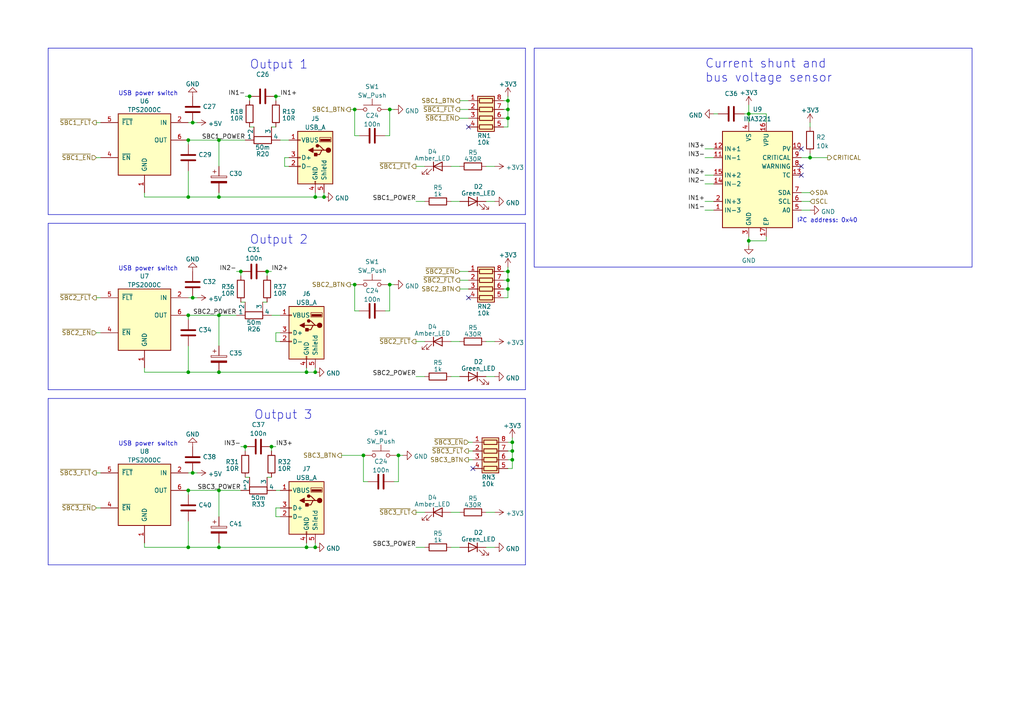
<source format=kicad_sch>
(kicad_sch (version 20230121) (generator eeschema)
  (paper "A4")
  (title_block (title "PDU with Consumption Metering Function for SBCs") (date "2023-05-03") (rev "1.0 rev 3"))
  (lib_symbols
    (symbol "+3V3_6" (power) (pin_names (offset 0))
      (property "Value" "+3V3_6" (at 0 3.556 0))
      (symbol "+3V3_6_0_1"
        (polyline (pts (xy -0.762 1.27) (xy 0 2.54)))
        (polyline (pts (xy 0 0) (xy 0 2.54)))
        (polyline (pts (xy 0 2.54) (xy 0.762 1.27)))
      )
      (symbol "+3V3_6_1_1"
        (pin power_in line (at 0 0 90) (length 0) hide (name "+3V3") (number "1"))
      )
    )
    (symbol "+3V3_7" (power) (pin_names (offset 0))
      (property "Value" "+3V3_7" (at 0 3.556 0))
      (symbol "+3V3_7_0_1"
        (polyline (pts (xy -0.762 1.27) (xy 0 2.54)))
        (polyline (pts (xy 0 0) (xy 0 2.54)))
        (polyline (pts (xy 0 2.54) (xy 0.762 1.27)))
      )
      (symbol "+3V3_7_1_1"
        (pin power_in line (at 0 0 90) (length 0) hide (name "+3V3") (number "1"))
      )
    )
    (symbol "Connector:USB_A" (pin_names (offset 1.016))
      (property "Reference" "J" (at -5.08 11.43 0))
      (property "Value" "USB_A" (at -5.08 8.89 0))
      (symbol "USB_A_0_1"
        (rectangle (start -5.08 -7.62) (end 5.08 7.62) (stroke (width 0.254)) (fill (type background)))
        (circle (center -3.81 2.159) (radius 0.635) (stroke (width 0.254)) (fill (type outline)))
        (rectangle (start -1.524 4.826) (end -4.318 5.334) (fill (type outline)))
        (rectangle (start -1.27 4.572) (end -4.572 5.842))
        (circle (center -0.635 3.429) (radius 0.381) (stroke (width 0.254)) (fill (type outline)))
        (rectangle (start -0.127 -7.62) (end 0.127 -6.858))
        (polyline (pts (xy -3.175 2.159) (xy -2.54 2.159) (xy -1.27 3.429) (xy -0.635 3.429)) (stroke (width 0.254)))
        (polyline (pts (xy -2.54 2.159) (xy -1.905 2.159) (xy -1.27 0.889) (xy 0 0.889)) (stroke (width 0.254)))
        (polyline (pts (xy 0.635 2.794) (xy 0.635 1.524) (xy 1.905 2.159) (xy 0.635 2.794)) (stroke (width 0.254)) (fill (type outline)))
        (rectangle (start 0.254 1.27) (end -0.508 0.508) (stroke (width 0.254)) (fill (type outline)))
        (rectangle (start 5.08 -2.667) (end 4.318 -2.413))
        (rectangle (start 5.08 -0.127) (end 4.318 0.127))
        (rectangle (start 5.08 4.953) (end 4.318 5.207))
      )
      (symbol "USB_A_1_1"
        (polyline (pts (xy -1.905 2.159) (xy 0.635 2.159)) (stroke (width 0.254)))
        (pin power_in line (at 7.62 5.08 180) (length 2.54) (name "VBUS") (number "1"))
        (pin bidirectional line (at 7.62 -2.54 180) (length 2.54) (name "D-") (number "2"))
        (pin bidirectional line (at 7.62 0 180) (length 2.54) (name "D+") (number "3"))
        (pin power_in line (at 0 -10.16 90) (length 2.54) (name "GND") (number "4"))
        (pin passive line (at -2.54 -10.16 90) (length 2.54) (name "Shield") (number "5"))
      )
    )
    (symbol "Device:C" (pin_numbers hide) (pin_names (offset 0.254))
      (property "Reference" "C" (at 0.635 2.54 0))
      (property "Value" "C" (at 0.635 -2.54 0))
      (symbol "C_0_1"
        (polyline (pts (xy -2.032 -0.762) (xy 2.032 -0.762)) (stroke (width 0.508)))
        (polyline (pts (xy -2.032 0.762) (xy 2.032 0.762)) (stroke (width 0.508)))
      )
      (symbol "C_1_1"
        (pin passive line (at 0 3.81 270) (length 2.794) (name "~") (number "1"))
        (pin passive line (at 0 -3.81 90) (length 2.794) (name "~") (number "2"))
      )
    )
    (symbol "Device:C_Polarized" (pin_numbers hide) (pin_names (offset 0.254))
      (property "Reference" "C" (at 0.635 2.54 0))
      (property "Value" "C_Polarized" (at 0.635 -2.54 0))
      (symbol "C_Polarized_0_1"
        (rectangle (start -2.286 0.508) (end 2.286 1.016))
        (polyline (pts (xy -1.778 2.286) (xy -0.762 2.286)))
        (polyline (pts (xy -1.27 2.794) (xy -1.27 1.778)))
        (rectangle (start 2.286 -0.508) (end -2.286 -1.016) (fill (type outline)))
      )
      (symbol "C_Polarized_1_1"
        (pin passive line (at 0 3.81 270) (length 2.794) (name "~") (number "1"))
        (pin passive line (at 0 -3.81 90) (length 2.794) (name "~") (number "2"))
      )
    )
    (symbol "Device:LED" (pin_numbers hide) (pin_names (offset 1.016) hide)
      (property "Reference" "D" (at 0 2.54 0))
      (property "Value" "LED" (at 0 -2.54 0))
      (symbol "LED_0_1"
        (polyline (pts (xy -1.27 -1.27) (xy -1.27 1.27)) (stroke (width 0.254)))
        (polyline (pts (xy -1.27 0) (xy 1.27 0)))
        (polyline (pts (xy 1.27 -1.27) (xy 1.27 1.27) (xy -1.27 0) (xy 1.27 -1.27)) (stroke (width 0.254)))
        (polyline (pts (xy -3.048 -0.762) (xy -4.572 -2.286) (xy -3.81 -2.286) (xy -4.572 -2.286) (xy -4.572 -1.524)))
        (polyline (pts (xy -1.778 -0.762) (xy -3.302 -2.286) (xy -2.54 -2.286) (xy -3.302 -2.286) (xy -3.302 -1.524)))
      )
      (symbol "LED_1_1"
        (pin passive line (at -3.81 0 0) (length 2.54) (name "K") (number "1"))
        (pin passive line (at 3.81 0 180) (length 2.54) (name "A") (number "2"))
      )
    )
    (symbol "Device:R" (pin_numbers hide) (pin_names (offset 0))
      (property "Reference" "R" (at 2.032 0 90))
      (property "Value" "R" (at 0 0 90))
      (symbol "R_0_1"
        (rectangle (start -1.016 -2.54) (end 1.016 2.54) (stroke (width 0.254)))
      )
      (symbol "R_1_1"
        (pin passive line (at 0 3.81 270) (length 1.27) (name "~") (number "1"))
        (pin passive line (at 0 -3.81 90) (length 1.27) (name "~") (number "2"))
      )
    )
    (symbol "Device:R_Pack04" (pin_names (offset 0) hide)
      (property "Reference" "RN" (at -7.62 0 90))
      (property "Value" "R_Pack04" (at 5.08 0 90))
      (symbol "R_Pack04_0_1"
        (rectangle (start -6.35 -2.413) (end 3.81 2.413) (stroke (width 0.254)) (fill (type background)))
        (rectangle (start -5.715 1.905) (end -4.445 -1.905) (stroke (width 0.254)))
        (rectangle (start -3.175 1.905) (end -1.905 -1.905) (stroke (width 0.254)))
        (rectangle (start -0.635 1.905) (end 0.635 -1.905) (stroke (width 0.254)))
        (polyline (pts (xy -5.08 -2.54) (xy -5.08 -1.905)))
        (polyline (pts (xy -5.08 1.905) (xy -5.08 2.54)))
        (polyline (pts (xy -2.54 -2.54) (xy -2.54 -1.905)))
        (polyline (pts (xy -2.54 1.905) (xy -2.54 2.54)))
        (polyline (pts (xy 0 -2.54) (xy 0 -1.905)))
        (polyline (pts (xy 0 1.905) (xy 0 2.54)))
        (polyline (pts (xy 2.54 -2.54) (xy 2.54 -1.905)))
        (polyline (pts (xy 2.54 1.905) (xy 2.54 2.54)))
        (rectangle (start 1.905 1.905) (end 3.175 -1.905) (stroke (width 0.254)))
      )
      (symbol "R_Pack04_1_1"
        (pin passive line (at -5.08 -5.08 90) (length 2.54) (name "R1.1") (number "1"))
        (pin passive line (at -2.54 -5.08 90) (length 2.54) (name "R2.1") (number "2"))
        (pin passive line (at 0 -5.08 90) (length 2.54) (name "R3.1") (number "3"))
        (pin passive line (at 2.54 -5.08 90) (length 2.54) (name "R4.1") (number "4"))
        (pin passive line (at 2.54 5.08 270) (length 2.54) (name "R4.2") (number "5"))
        (pin passive line (at 0 5.08 270) (length 2.54) (name "R3.2") (number "6"))
        (pin passive line (at -2.54 5.08 270) (length 2.54) (name "R2.2") (number "7"))
        (pin passive line (at -5.08 5.08 270) (length 2.54) (name "R1.2") (number "8"))
      )
    )
    (symbol "Device:R_Shunt" (pin_numbers hide) (pin_names (offset 0))
      (property "Reference" "R" (at -4.445 0 90))
      (property "Value" "R_Shunt" (at -2.54 0 90))
      (symbol "R_Shunt_0_1"
        (rectangle (start -1.016 -2.54) (end 1.016 2.54) (stroke (width 0.254)))
        (polyline (pts (xy 0 -2.54) (xy 1.27 -2.54)))
        (polyline (pts (xy 1.27 2.54) (xy 0 2.54)))
      )
      (symbol "R_Shunt_1_1"
        (pin passive line (at 0 5.08 270) (length 2.54) (name "1") (number "1"))
        (pin passive line (at 3.81 2.54 180) (length 2.54) (name "2") (number "2"))
        (pin passive line (at 3.81 -2.54 180) (length 2.54) (name "3") (number "3"))
        (pin passive line (at 0 -5.08 90) (length 2.54) (name "4") (number "4"))
      )
    )
    (symbol "GND_1" (power) (pin_names (offset 0))
      (property "Value" "GND_1" (at 0 -3.81 0))
      (symbol "GND_1_0_1"
        (polyline (pts (xy 0 0) (xy 0 -1.27) (xy 1.27 -1.27) (xy 0 -2.54) (xy -1.27 -1.27) (xy 0 -1.27)))
      )
      (symbol "GND_1_1_1"
        (pin power_in line (at 0 0 270) (length 0) hide (name "GND") (number "1"))
      )
    )
    (symbol "Power_Management:INA3221"
      (property "Reference" "U" (at -10.16 17.78 0))
      (property "Value" "INA3221" (at 5.08 17.78 0))
      (symbol "INA3221_0_1"
        (rectangle (start 10.16 -12.7) (end -10.16 15.24) (stroke (width 0.254)) (fill (type background)))
      )
      (symbol "INA3221_1_1"
        (pin input line (at -12.7 -7.62 0) (length 2.54) (name "IN-3") (number "1"))
        (pin open_collector line (at 12.7 10.16 180) (length 2.54) (name "PV") (number "10"))
        (pin input line (at -12.7 7.62 0) (length 2.54) (name "IN-1") (number "11"))
        (pin input line (at -12.7 10.16 0) (length 2.54) (name "IN+1") (number "12"))
        (pin open_collector line (at 12.7 2.54 180) (length 2.54) (name "TC") (number "13"))
        (pin input line (at -12.7 0 0) (length 2.54) (name "IN-2") (number "14"))
        (pin input line (at -12.7 2.54 0) (length 2.54) (name "IN+2") (number "15"))
        (pin power_in line (at 2.54 17.78 270) (length 2.54) (name "VPU") (number "16"))
        (pin passive line (at 2.54 -15.24 90) (length 2.54) (name "EP") (number "17"))
        (pin input line (at -12.7 -5.08 0) (length 2.54) (name "IN+3") (number "2"))
        (pin power_in line (at -2.54 -15.24 90) (length 2.54) (name "GND") (number "3"))
        (pin power_in line (at -2.54 17.78 270) (length 2.54) (name "VS") (number "4"))
        (pin input line (at 12.7 -7.62 180) (length 2.54) (name "A0") (number "5"))
        (pin input line (at 12.7 -5.08 180) (length 2.54) (name "SCL") (number "6"))
        (pin bidirectional line (at 12.7 -2.54 180) (length 2.54) (name "SDA") (number "7"))
        (pin open_collector line (at 12.7 5.08 180) (length 2.54) (name "WARNING") (number "8"))
        (pin open_collector line (at 12.7 7.62 180) (length 2.54) (name "CRITICAL") (number "9"))
      )
    )
    (symbol "Power_Management:TPS2000C" (pin_names (offset 1.016))
      (property "Reference" "U" (at 0 10.795 0))
      (property "Value" "TPS2000C" (at 0 8.89 0))
      (symbol "TPS2000C_0_1"
        (rectangle (start -7.62 7.62) (end 7.62 -10.16) (stroke (width 0.254)) (fill (type background)))
      )
      (symbol "TPS2000C_1_1"
        (pin power_in line (at 0 -15.24 90) (length 5.08) (name "GND") (number "1"))
        (pin power_in line (at 12.7 5.08 180) (length 5.08) (name "IN") (number "2"))
        (pin passive line (at 12.7 5.08 180) (length 5.08) hide (name "IN") (number "3"))
        (pin input line (at -12.7 -5.08 0) (length 5.08) (name "~{EN}") (number "4"))
        (pin open_collector line (at -12.7 5.08 0) (length 5.08) (name "~{FLT}") (number "5"))
        (pin power_out line (at 12.7 0 180) (length 5.08) (name "OUT") (number "6"))
        (pin passive line (at 12.7 0 180) (length 5.08) hide (name "OUT") (number "7"))
        (pin passive line (at 12.7 0 180) (length 5.08) hide (name "OUT") (number "8"))
      )
    )
    (symbol "Switch:SW_Push" (pin_numbers hide) (pin_names (offset 1.016) hide)
      (property "Reference" "SW" (at 1.27 2.54 0))
      (property "Value" "SW_Push" (at 0 -1.524 0))
      (symbol "SW_Push_0_1"
        (circle (center -2.032 0) (radius 0.508))
        (polyline (pts (xy 0 1.27) (xy 0 3.048)))
        (polyline (pts (xy 2.54 1.27) (xy -2.54 1.27)))
        (circle (center 2.032 0) (radius 0.508))
        (pin passive line (at -5.08 0 0) (length 2.54) (name "1") (number "1"))
        (pin passive line (at 5.08 0 180) (length 2.54) (name "2") (number "2"))
      )
    )
    (symbol "power:+3V3" (power) (pin_names (offset 0))
      (property "Value" "+3V3" (at 0 3.556 0))
      (symbol "+3V3_0_1"
        (polyline (pts (xy -0.762 1.27) (xy 0 2.54)))
        (polyline (pts (xy 0 0) (xy 0 2.54)))
        (polyline (pts (xy 0 2.54) (xy 0.762 1.27)))
      )
      (symbol "+3V3_1_1"
        (pin power_in line (at 0 0 90) (length 0) hide (name "+3V3") (number "1"))
      )
    )
    (symbol "power:+5V" (power) (pin_names (offset 0))
      (property "Value" "+5V" (at 0 3.556 0))
      (symbol "+5V_0_1"
        (polyline (pts (xy -0.762 1.27) (xy 0 2.54)))
        (polyline (pts (xy 0 0) (xy 0 2.54)))
        (polyline (pts (xy 0 2.54) (xy 0.762 1.27)))
      )
      (symbol "+5V_1_1"
        (pin power_in line (at 0 0 90) (length 0) hide (name "+5V") (number "1"))
      )
    )
    (symbol "power:GND" (power) (pin_names (offset 0))
      (property "Value" "GND" (at 0 -3.81 0))
      (symbol "GND_0_1"
        (polyline (pts (xy 0 0) (xy 0 -1.27) (xy 1.27 -1.27) (xy 0 -2.54) (xy -1.27 -1.27) (xy 0 -1.27)))
      )
      (symbol "GND_1_1"
        (pin power_in line (at 0 0 270) (length 0) hide (name "GND") (number "1"))
      )
    )
  )
  (junction (at 147.32 34.29))
  (junction (at 147.32 31.75))
  (junction (at 234.95 45.72))
  (junction (at 69.85 78.74))
  (junction (at 88.9 158.75))
  (junction (at 91.44 57.15))
  (junction (at 147.32 78.74))
  (junction (at 63.5 91.44))
  (junction (at 148.59 130.81))
  (junction (at 102.87 31.75))
  (junction (at 78.74 129.54))
  (junction (at 217.17 33.02))
  (junction (at 91.44 107.95))
  (junction (at 77.47 78.74))
  (junction (at 217.17 69.85))
  (junction (at 55.88 86.36))
  (junction (at 63.5 40.64))
  (junction (at 91.44 158.75))
  (junction (at 148.59 128.27))
  (junction (at 63.5 142.24))
  (junction (at 54.61 142.24))
  (junction (at 80.01 27.94))
  (junction (at 54.61 40.64))
  (junction (at 54.61 107.95))
  (junction (at 115.57 132.08))
  (junction (at 55.88 35.56))
  (junction (at 54.61 91.44))
  (junction (at 147.32 83.82))
  (junction (at 71.12 129.54))
  (junction (at 55.88 137.16))
  (junction (at 113.03 82.55))
  (junction (at 63.5 107.95))
  (junction (at 54.61 57.15))
  (junction (at 63.5 57.15))
  (junction (at 93.98 57.15))
  (junction (at 102.87 82.55))
  (junction (at 147.32 29.21))
  (junction (at 72.39 27.94))
  (junction (at 113.03 31.75))
  (junction (at 148.59 133.35))
  (junction (at 105.41 132.08))
  (junction (at 147.32 81.28))
  (junction (at 63.5 158.75))
  (junction (at 88.9 107.95))
  (junction (at 54.61 158.75))
  (no_connect (at 232.41 50.8))
  (no_connect (at 137.16 135.89))
  (no_connect (at 135.89 86.36))
  (no_connect (at 232.41 43.18))
  (no_connect (at 232.41 48.26))
  (no_connect (at 135.89 36.83))
  (wire (pts (xy 140.97 48.26) (xy 143.51 48.26)))
  (polyline (pts (xy 13.97 115.57) (xy 152.4 115.57)))
  (wire (pts (xy 204.47 50.8) (xy 207.01 50.8)))
  (wire (pts (xy 232.41 58.42) (xy 234.95 58.42)))
  (wire (pts (xy 54.61 107.95) (xy 63.5 107.95)))
  (wire (pts (xy 140.97 158.75) (xy 143.51 158.75)))
  (wire (pts (xy 54.61 57.15) (xy 63.5 57.15)))
  (wire (pts (xy 133.35 78.74) (xy 135.89 78.74)))
  (wire (pts (xy 222.25 33.02) (xy 222.25 35.56)))
  (wire (pts (xy 77.47 78.74) (xy 78.74 78.74)))
  (wire (pts (xy 148.59 128.27) (xy 148.59 130.81)))
  (wire (pts (xy 63.5 55.88) (xy 63.5 57.15)))
  (wire (pts (xy 217.17 33.02) (xy 217.17 35.56)))
  (wire (pts (xy 55.88 86.36) (xy 57.15 86.36)))
  (wire (pts (xy 147.32 34.29) (xy 147.32 36.83)))
  (wire (pts (xy 147.32 86.36) (xy 146.05 86.36)))
  (wire (pts (xy 78.74 36.83) (xy 80.01 36.83)))
  (wire (pts (xy 133.35 34.29) (xy 135.89 34.29)))
  (wire (pts (xy 222.25 69.85) (xy 217.17 69.85)))
  (wire (pts (xy 111.76 39.37) (xy 113.03 39.37)))
  (wire (pts (xy 88.9 107.95) (xy 88.9 106.68)))
  (wire (pts (xy 82.55 45.72) (xy 82.55 48.26)))
  (wire (pts (xy 147.32 77.47) (xy 147.32 78.74)))
  (wire (pts (xy 81.28 99.06) (xy 80.01 99.06)))
  (polyline (pts (xy 152.4 13.97) (xy 152.4 62.23)))
  (wire (pts (xy 232.41 45.72) (xy 234.95 45.72)))
  (wire (pts (xy 54.61 91.44) (xy 63.5 91.44)))
  (wire (pts (xy 140.97 109.22) (xy 143.51 109.22)))
  (wire (pts (xy 91.44 107.95) (xy 91.44 106.68)))
  (wire (pts (xy 204.47 43.18) (xy 207.01 43.18)))
  (wire (pts (xy 147.32 29.21) (xy 146.05 29.21)))
  (wire (pts (xy 147.32 31.75) (xy 147.32 34.29)))
  (wire (pts (xy 91.44 57.15) (xy 93.98 57.15)))
  (wire (pts (xy 147.32 83.82) (xy 147.32 86.36)))
  (wire (pts (xy 148.59 130.81) (xy 147.32 130.81)))
  (wire (pts (xy 27.94 86.36) (xy 29.21 86.36)))
  (wire (pts (xy 204.47 45.72) (xy 207.01 45.72)))
  (polyline (pts (xy 152.4 115.57) (xy 152.4 163.83)))
  (wire (pts (xy 27.94 147.32) (xy 29.21 147.32)))
  (wire (pts (xy 82.55 45.72) (xy 83.82 45.72)))
  (wire (pts (xy 130.81 48.26) (xy 133.35 48.26)))
  (polyline (pts (xy 13.97 115.57) (xy 13.97 163.83)))
  (wire (pts (xy 91.44 57.15) (xy 91.44 55.88)))
  (wire (pts (xy 63.5 142.24) (xy 69.85 142.24)))
  (wire (pts (xy 63.5 48.26) (xy 63.5 40.64)))
  (wire (pts (xy 54.61 40.64) (xy 63.5 40.64)))
  (wire (pts (xy 130.81 99.06) (xy 133.35 99.06)))
  (wire (pts (xy 63.5 100.33) (xy 63.5 91.44)))
  (wire (pts (xy 101.6 82.55) (xy 102.87 82.55)))
  (wire (pts (xy 217.17 30.48) (xy 217.17 33.02)))
  (wire (pts (xy 147.32 31.75) (xy 146.05 31.75)))
  (wire (pts (xy 148.59 135.89) (xy 147.32 135.89)))
  (wire (pts (xy 54.61 100.33) (xy 54.61 107.95)))
  (wire (pts (xy 147.32 36.83) (xy 146.05 36.83)))
  (wire (pts (xy 113.03 90.17) (xy 113.03 82.55)))
  (wire (pts (xy 133.35 31.75) (xy 135.89 31.75)))
  (wire (pts (xy 234.95 35.56) (xy 234.95 36.83)))
  (wire (pts (xy 99.06 132.08) (xy 105.41 132.08)))
  (wire (pts (xy 63.5 149.86) (xy 63.5 142.24)))
  (wire (pts (xy 133.35 81.28) (xy 135.89 81.28)))
  (polyline (pts (xy 152.4 62.23) (xy 13.97 62.23)))
  (wire (pts (xy 81.28 96.52) (xy 80.01 96.52)))
  (wire (pts (xy 63.5 57.15) (xy 91.44 57.15)))
  (wire (pts (xy 120.65 158.75) (xy 123.19 158.75)))
  (polyline (pts (xy 13.97 13.97) (xy 152.4 13.97)))
  (wire (pts (xy 217.17 68.58) (xy 217.17 69.85)))
  (wire (pts (xy 135.89 128.27) (xy 137.16 128.27)))
  (wire (pts (xy 147.32 81.28) (xy 146.05 81.28)))
  (polyline (pts (xy 152.4 113.03) (xy 13.97 113.03)))
  (wire (pts (xy 130.81 58.42) (xy 133.35 58.42)))
  (wire (pts (xy 54.61 158.75) (xy 63.5 158.75)))
  (polyline (pts (xy 152.4 64.77) (xy 152.4 113.03)))
  (wire (pts (xy 113.03 39.37) (xy 113.03 31.75)))
  (wire (pts (xy 54.61 107.95) (xy 41.91 107.95)))
  (wire (pts (xy 102.87 90.17) (xy 104.14 90.17)))
  (wire (pts (xy 232.41 55.88) (xy 234.95 55.88)))
  (wire (pts (xy 147.32 78.74) (xy 146.05 78.74)))
  (wire (pts (xy 113.03 31.75) (xy 114.3 31.75)))
  (wire (pts (xy 140.97 58.42) (xy 143.51 58.42)))
  (wire (pts (xy 140.97 99.06) (xy 143.51 99.06)))
  (polyline (pts (xy 152.4 163.83) (xy 13.97 163.83)))
  (wire (pts (xy 77.47 138.43) (xy 78.74 138.43)))
  (wire (pts (xy 54.61 158.75) (xy 54.61 151.13)))
  (wire (pts (xy 140.97 148.59) (xy 143.51 148.59)))
  (wire (pts (xy 81.28 142.24) (xy 80.01 142.24)))
  (polyline (pts (xy 13.97 64.77) (xy 13.97 113.03)))
  (wire (pts (xy 120.65 99.06) (xy 123.19 99.06)))
  (wire (pts (xy 80.01 27.94) (xy 81.28 27.94)))
  (wire (pts (xy 88.9 158.75) (xy 91.44 158.75)))
  (wire (pts (xy 93.98 57.15) (xy 93.98 55.88)))
  (wire (pts (xy 105.41 132.08) (xy 105.41 139.7)))
  (wire (pts (xy 41.91 107.95) (xy 41.91 106.68)))
  (wire (pts (xy 147.32 83.82) (xy 146.05 83.82)))
  (wire (pts (xy 120.65 148.59) (xy 123.19 148.59)))
  (wire (pts (xy 81.28 149.86) (xy 80.01 149.86)))
  (wire (pts (xy 68.58 78.74) (xy 69.85 78.74)))
  (wire (pts (xy 54.61 142.24) (xy 63.5 142.24)))
  (wire (pts (xy 114.3 139.7) (xy 115.57 139.7)))
  (wire (pts (xy 63.5 158.75) (xy 88.9 158.75)))
  (wire (pts (xy 130.81 158.75) (xy 133.35 158.75)))
  (wire (pts (xy 135.89 130.81) (xy 137.16 130.81)))
  (wire (pts (xy 71.12 130.81) (xy 71.12 129.54)))
  (wire (pts (xy 55.88 137.16) (xy 57.15 137.16)))
  (wire (pts (xy 147.32 78.74) (xy 147.32 81.28)))
  (wire (pts (xy 215.9 33.02) (xy 217.17 33.02)))
  (wire (pts (xy 78.74 129.54) (xy 78.74 130.81)))
  (wire (pts (xy 148.59 133.35) (xy 148.59 135.89)))
  (wire (pts (xy 54.61 92.71) (xy 54.61 91.44)))
  (wire (pts (xy 135.89 133.35) (xy 137.16 133.35)))
  (wire (pts (xy 101.6 31.75) (xy 102.87 31.75)))
  (wire (pts (xy 69.85 87.63) (xy 71.12 87.63)))
  (wire (pts (xy 88.9 158.75) (xy 88.9 157.48)))
  (wire (pts (xy 63.5 107.95) (xy 88.9 107.95)))
  (wire (pts (xy 83.82 48.26) (xy 82.55 48.26)))
  (wire (pts (xy 234.95 45.72) (xy 240.03 45.72)))
  (wire (pts (xy 120.65 109.22) (xy 123.19 109.22)))
  (wire (pts (xy 54.61 86.36) (xy 55.88 86.36)))
  (wire (pts (xy 102.87 39.37) (xy 104.14 39.37)))
  (wire (pts (xy 130.81 148.59) (xy 133.35 148.59)))
  (wire (pts (xy 81.28 91.44) (xy 78.74 91.44)))
  (wire (pts (xy 217.17 33.02) (xy 222.25 33.02)))
  (polyline (pts (xy 13.97 64.77) (xy 152.4 64.77)))
  (wire (pts (xy 63.5 91.44) (xy 68.58 91.44)))
  (wire (pts (xy 81.28 147.32) (xy 80.01 147.32)))
  (wire (pts (xy 102.87 82.55) (xy 102.87 90.17)))
  (wire (pts (xy 217.17 71.12) (xy 217.17 69.85)))
  (wire (pts (xy 63.5 40.64) (xy 71.12 40.64)))
  (wire (pts (xy 111.76 90.17) (xy 113.03 90.17)))
  (wire (pts (xy 27.94 35.56) (xy 29.21 35.56)))
  (wire (pts (xy 54.61 143.51) (xy 54.61 142.24)))
  (wire (pts (xy 133.35 29.21) (xy 135.89 29.21)))
  (wire (pts (xy 69.85 129.54) (xy 71.12 129.54)))
  (wire (pts (xy 54.61 158.75) (xy 41.91 158.75)))
  (wire (pts (xy 83.82 40.64) (xy 81.28 40.64)))
  (wire (pts (xy 71.12 138.43) (xy 72.39 138.43)))
  (wire (pts (xy 41.91 158.75) (xy 41.91 157.48)))
  (wire (pts (xy 115.57 132.08) (xy 116.84 132.08)))
  (wire (pts (xy 234.95 44.45) (xy 234.95 45.72)))
  (wire (pts (xy 204.47 60.96) (xy 207.01 60.96)))
  (wire (pts (xy 72.39 27.94) (xy 72.39 29.21)))
  (wire (pts (xy 148.59 130.81) (xy 148.59 133.35)))
  (wire (pts (xy 91.44 158.75) (xy 91.44 157.48)))
  (wire (pts (xy 130.81 109.22) (xy 133.35 109.22)))
  (wire (pts (xy 27.94 137.16) (xy 29.21 137.16)))
  (wire (pts (xy 54.61 41.91) (xy 54.61 40.64)))
  (wire (pts (xy 120.65 48.26) (xy 123.19 48.26)))
  (wire (pts (xy 148.59 128.27) (xy 147.32 128.27)))
  (wire (pts (xy 76.2 87.63) (xy 77.47 87.63)))
  (wire (pts (xy 207.01 33.02) (xy 208.28 33.02)))
  (wire (pts (xy 133.35 83.82) (xy 135.89 83.82)))
  (wire (pts (xy 41.91 57.15) (xy 41.91 55.88)))
  (wire (pts (xy 204.47 58.42) (xy 207.01 58.42)))
  (wire (pts (xy 55.88 35.56) (xy 57.15 35.56)))
  (wire (pts (xy 102.87 31.75) (xy 102.87 39.37)))
  (wire (pts (xy 54.61 57.15) (xy 41.91 57.15)))
  (wire (pts (xy 88.9 107.95) (xy 91.44 107.95)))
  (wire (pts (xy 71.12 27.94) (xy 72.39 27.94)))
  (wire (pts (xy 80.01 147.32) (xy 80.01 149.86)))
  (wire (pts (xy 27.94 45.72) (xy 29.21 45.72)))
  (wire (pts (xy 222.25 68.58) (xy 222.25 69.85)))
  (wire (pts (xy 69.85 78.74) (xy 69.85 80.01)))
  (wire (pts (xy 147.32 34.29) (xy 146.05 34.29)))
  (wire (pts (xy 54.61 57.15) (xy 54.61 49.53)))
  (wire (pts (xy 147.32 29.21) (xy 147.32 31.75)))
  (wire (pts (xy 148.59 127) (xy 148.59 128.27)))
  (wire (pts (xy 80.01 96.52) (xy 80.01 99.06)))
  (wire (pts (xy 77.47 78.74) (xy 77.47 80.01)))
  (wire (pts (xy 54.61 35.56) (xy 55.88 35.56)))
  (wire (pts (xy 115.57 139.7) (xy 115.57 132.08)))
  (wire (pts (xy 72.39 36.83) (xy 73.66 36.83)))
  (wire (pts (xy 113.03 82.55) (xy 114.3 82.55)))
  (wire (pts (xy 147.32 27.94) (xy 147.32 29.21)))
  (wire (pts (xy 27.94 96.52) (xy 29.21 96.52)))
  (wire (pts (xy 63.5 157.48) (xy 63.5 158.75)))
  (wire (pts (xy 204.47 53.34) (xy 207.01 53.34)))
  (wire (pts (xy 78.74 129.54) (xy 80.01 129.54)))
  (wire (pts (xy 105.41 139.7) (xy 106.68 139.7)))
  (wire (pts (xy 148.59 133.35) (xy 147.32 133.35)))
  (wire (pts (xy 120.65 58.42) (xy 123.19 58.42)))
  (polyline (pts (xy 13.97 13.97) (xy 13.97 62.23)))
  (wire (pts (xy 54.61 137.16) (xy 55.88 137.16)))
  (wire (pts (xy 232.41 60.96) (xy 234.95 60.96)))
  (wire (pts (xy 80.01 27.94) (xy 80.01 29.21)))
  (wire (pts (xy 147.32 81.28) (xy 147.32 83.82)))
  (rectangle (start 154.94 13.97) (end 281.94 77.47))
  (text "USB power switch" (at 34.29 78.74 0) (effects (font (size 1.27 1.27)) (justify left bottom)))
  (text "USB power switch" (at 34.29 129.54 0) (effects (font (size 1.27 1.27)) (justify left bottom)))
  (text "USB power switch" (at 34.29 27.94 0) (effects (font (size 1.27 1.27)) (justify left bottom)))
  (text "I^{2}C address: 0x40" (at 231.14 64.77 0) (effects (font (size 1.27 1.27)) (justify left bottom)))
  (text "Output 1" (at 72.39 20.32 0) (effects (font (size 2.54 2.54)) (justify left bottom)))
  (text "Output 3" (at 73.66 121.92 0) (effects (font (size 2.54 2.54)) (justify left bottom)))
  (text "Current shunt and \nbus voltage sensor" (at 204.47 24.13 0) (effects (font (size 2.54 2.54)) (justify left bottom)))
  (text "Output 2" (at 72.39 71.12 0) (effects (font (size 2.54 2.54)) (justify left bottom)))
  (label "SBC1_POWER" (at 120.65 58.42 180))
  (label "IN3+" (at 204.47 43.18 180))
  (label "IN3-" (at 69.85 129.54 180))
  (label "SBC1_POWER" (at 71.12 40.64 180))
  (label "SBC2_POWER" (at 120.65 109.22 180))
  (label "SBC2_POWER" (at 68.58 91.44 180))
  (label "IN2+" (at 204.47 50.8 180))
  (label "IN3-" (at 204.47 45.72 180))
  (label "IN2-" (at 68.58 78.74 180))
  (label "IN2+" (at 78.74 78.74 0))
  (label "IN3+" (at 80.01 129.54 0))
  (label "IN1-" (at 71.12 27.94 180))
  (label "SBC3_POWER" (at 69.85 142.24 180))
  (label "IN2-" (at 204.47 53.34 180))
  (label "IN1+" (at 81.28 27.94 0))
  (label "IN1+" (at 204.47 58.42 180))
  (label "SBC3_POWER" (at 120.65 158.75 180))
  (label "IN1-" (at 204.47 60.96 180))
  (hierarchical_label "~{SBC3_EN}" (shape input) (at 27.94 147.32 180))
  (hierarchical_label "~{SBC2_EN}" (shape input) (at 27.94 96.52 180))
  (hierarchical_label "SBC3_BTN" (shape output) (at 99.06 132.08 180))
  (hierarchical_label "~{SBC1_FLT}" (shape output) (at 27.94 35.56 180))
  (hierarchical_label "~{SBC3_FLT}" (shape output) (at 120.65 148.59 180))
  (hierarchical_label "~{SBC2_FLT}" (shape output) (at 120.65 99.06 180))
  (hierarchical_label "~{SBC1_FLT}" (shape output) (at 133.35 31.75 180))
  (hierarchical_label "SBC2_BTN" (shape output) (at 101.6 82.55 180))
  (hierarchical_label "SCL" (shape input) (at 234.95 58.42 0))
  (hierarchical_label "~{SBC2_EN}" (shape input) (at 133.35 78.74 180))
  (hierarchical_label "~{SBC2_FLT}" (shape output) (at 133.35 81.28 180))
  (hierarchical_label "~{SBC1_EN}" (shape input) (at 133.35 34.29 180))
  (hierarchical_label "~{SBC3_FLT}" (shape output) (at 135.89 130.81 180))
  (hierarchical_label "~{SBC1_EN}" (shape input) (at 27.94 45.72 180))
  (hierarchical_label "SBC1_BTN" (shape output) (at 133.35 29.21 180))
  (hierarchical_label "SBC3_BTN" (shape output) (at 135.89 133.35 180))
  (hierarchical_label "CRITICAL" (shape output) (at 240.03 45.72 0))
  (hierarchical_label "SDA" (shape bidirectional) (at 234.95 55.88 0))
  (hierarchical_label "~{SBC2_FLT}" (shape output) (at 27.94 86.36 180))
  (hierarchical_label "SBC1_BTN" (shape output) (at 101.6 31.75 180))
  (hierarchical_label "~{SBC3_FLT}" (shape output) (at 27.94 137.16 180))
  (hierarchical_label "~{SBC3_EN}" (shape input) (at 135.89 128.27 180))
  (hierarchical_label "SBC2_BTN" (shape output) (at 133.35 83.82 180))
  (hierarchical_label "~{SBC1_FLT}" (shape output) (at 120.65 48.26 180))
  (symbol (lib_id "power:+3V3") (at 217.17 30.48 0) (unit 1)
    (property "Reference" "#PWR067" (effects hide))
    (property "Value" "+3V3" (at 217.17 26.9042 0))
  )
  (symbol (lib_id "Device:C") (at 54.61 147.32 0) (unit 1)
    (property "Reference" "C40" (at 57.531 146.4853 0) (effects (justify left)))
    (property "Value" "100n" (at 57.531 149.0222 0) (effects (justify left)))
    (property "Footprint" "Capacitor_SMD:C_0402_1005Metric_Pad0.74x0.62mm_HandSolder" (effects hide))
    (property "Footprint" "Capacitor_SMD:C_0402_1005Metric_Pad0.74x0.62mm_HandSolder" (effects hide))
    (property "Value" "100n" (effects hide))
    (property "Mouser" "https://cz.mouser.com/ProductDetail/81-GRM155R62A104KE4J" (effects hide))
  )
  (symbol (lib_id "Connector:USB_A") (at 88.9 96.52 0) (mirror y) (unit 1)
    (property "Reference" "J6" (at 88.9 85.2002 0))
    (property "Value" "USB_A" (at 88.9 87.7371 0))
    (property "Footprint" "Connector_USB_custom.pretty:USB_A_GCT_USB1125-GF-B" (effects hide))
    (property "Mouser" "https://cz.mouser.com/ProductDetail/640-USB1125-GF-B" (effects hide))
  )
  (symbol (lib_id "Device:R") (at 72.39 33.02 0) (unit 1)
    (property "Reference" "R18" (at 70.612 32.3763 0) (effects (justify right)))
    (property "Value" "10R" (at 70.612 34.2973 0) (effects (justify right)))
    (property "Footprint" "Resistor_SMD:R_0402_1005Metric_Pad0.72x0.64mm_HandSolder" (effects hide))
    (property "Mouser" "https://cz.mouser.com/ProductDetail/667-ERJ-2RKF10R0X" (effects hide))
  )
  (symbol (lib_id "power:GND") (at 143.51 58.42 90) (unit 1)
    (property "Reference" "#PWR050" (effects hide))
    (property "Value" "GND" (at 146.685 58.8538 90) (effects (justify right)))
    (instances (project "pdu" (path "" (reference "#PWR050") (unit 1)) (path "" (reference "#PWR057") (unit 1))))
  )
  (symbol (lib_id "Connector:USB_A") (at 91.44 45.72 0) (mirror y) (unit 1)
    (property "Reference" "J5" (at 91.44 34.4002 0))
    (property "Value" "USB_A" (at 91.44 36.9371 0))
    (property "Footprint" "Connector_USB_custom.pretty:USB_A_GCT_USB1125-GF-B" (effects hide))
    (property "Mouser" "https://cz.mouser.com/ProductDetail/640-USB1125-GF-B" (effects hide))
  )
  (symbol (lib_id "Device:C") (at 76.2 27.94 90) (unit 1)
    (property "Reference" "C26" (at 76.2 21.59 90))
    (property "Value" "100n" (at 76.2 24.13 90))
    (property "Footprint" "Capacitor_SMD:C_0402_1005Metric_Pad0.74x0.62mm_HandSolder" (effects hide))
    (property "Value" "C" (effects hide))
    (property "Mouser" "https://cz.mouser.com/ProductDetail/81-GRM155R62A104KE4J" (effects hide))
  )
  (symbol (lib_id "Device:R") (at 137.16 99.06 90) (unit 1)
    (property "Reference" "R5" (at 137.16 95.0341 90))
    (property "Value" "430R" (at 137.16 96.9551 90))
    (property "Footprint" "Resistor_SMD:R_0603_1608Metric_Pad0.98x0.95mm_HandSolder" (effects hide))
    (property "Mouser" "https://cz.mouser.com/ProductDetail/667-ERJ-UP3J431V" (effects hide))
    (instances (project "pdu" (path "" (reference "R5") (unit 1)) (path "" (reference "R27") (unit 1))))
  )
  (symbol (lib_id "Device:LED") (at 127 48.26 0) (unit 1)
    (property "Reference" "D4" (at 125.4125 43.9801 0))
    (property "Value" "Amber_LED" (at 125.4125 45.9011 0))
    (property "Footprint" "LED_SMD:LED_0603_1608Metric_Pad1.05x0.95mm_HandSolder" (effects hide))
    (property "Mouser" "https://cz.mouser.com/ProductDetail/710-150060GS75000" (effects hide))
    (instances (project "pdu" (path "" (reference "D4") (unit 1)) (path "" (reference "D10") (unit 1))))
  )
  (symbol (lib_id "power:GND") (at 207.01 33.02 270) (unit 1)
    (property "Reference" "#PWR068" (effects hide))
    (property "Value" "GND" (at 203.8351 33.4538 90) (effects (justify right)))
  )
  (symbol (lib_id "Device:C") (at 54.61 96.52 0) (unit 1)
    (property "Reference" "C34" (at 57.531 95.6853 0) (effects (justify left)))
    (property "Value" "100n" (at 57.531 98.2222 0) (effects (justify left)))
    (property "Footprint" "Capacitor_SMD:C_0402_1005Metric_Pad0.74x0.62mm_HandSolder" (effects hide))
    (property "Footprint" "Capacitor_SMD:C_0402_1005Metric_Pad0.74x0.62mm_HandSolder" (effects hide))
    (property "Value" "100n" (effects hide))
    (property "Mouser" "https://cz.mouser.com/ProductDetail/81-GRM155R62A104KE4J" (effects hide))
  )
  (symbol (lib_id "Device:R_Pack04") (at 140.97 83.82 270) (unit 1)
    (property "Reference" "RN2" (at 138.43 88.9 90) (effects (justify left)))
    (property "Value" "10k" (at 138.43 90.821 90) (effects (justify left)))
    (property "Footprint" "Resistor_SMD:R_Array_Convex_4x0603" (effects hide))
    (property "Mouser" "https://cz.mouser.com/ProductDetail/588-LVK12R050DER" (effects hide))
  )
  (symbol (lib_id "power:+5V") (at 57.15 35.56 270) (unit 1)
    (property "Reference" "#PWR054" (effects hide))
    (property "Value" "+5V" (at 60.325 35.8768 90) (effects (justify left)))
  )
  (symbol (lib_id "Device:R") (at 80.01 33.02 0) (mirror y) (unit 1)
    (property "Reference" "R19" (at 81.788 32.3763 0) (effects (justify right)))
    (property "Value" "10R" (at 81.788 34.2973 0) (effects (justify right)))
    (property "Footprint" "Resistor_SMD:R_0402_1005Metric_Pad0.72x0.64mm_HandSolder" (effects hide))
    (property "Mouser" "https://cz.mouser.com/ProductDetail/667-ERJ-2RKF10R0X" (effects hide))
  )
  (symbol (lib_id "Device:R") (at 234.95 40.64 0) (unit 1)
    (property "Reference" "R2" (at 236.728 39.8053 0) (effects (justify left)))
    (property "Value" "10k" (at 236.728 42.3422 0) (effects (justify left)))
    (property "Footprint" "Resistor_SMD:R_0402_1005Metric_Pad0.72x0.64mm_HandSolder" (effects hide))
    (property "Mouser" "https://cz.mouser.com/ProductDetail/652-CR0402FX-1002GLF" (effects hide))
    (instances (project "pdu" (path "" (reference "R2") (unit 1)) (path "" (reference "R30") (unit 1))))
  )
  (symbol (lib_name "+3V3_7") (lib_id "power:+3V3") (at 148.59 127 0) (unit 1)
    (property "Reference" "#PWR069" (effects hide))
    (property "Value" "+3V3" (at 148.59 123.4981 0))
  )
  (symbol (lib_id "Device:C") (at 74.93 129.54 90) (unit 1)
    (property "Reference" "C37" (at 74.93 123.19 90))
    (property "Value" "100n" (at 74.93 125.73 90))
    (property "Footprint" "Capacitor_SMD:C_0402_1005Metric_Pad0.74x0.62mm_HandSolder" (effects hide))
    (property "Mouser" "https://cz.mouser.com/ProductDetail/81-GRM155R62A104KE4J" (effects hide))
  )
  (symbol (lib_id "power:GND") (at 114.3 31.75 90) (unit 1)
    (property "Reference" "#PWR050" (effects hide))
    (property "Value" "GND" (at 117.475 32.1838 90) (effects (justify right)))
    (instances (project "pdu" (path "" (reference "#PWR050") (unit 1)) (path "" (reference "#PWR053") (unit 1))))
  )
  (symbol (lib_name "+3V3_6") (lib_id "power:+3V3") (at 143.51 148.59 270) (unit 1)
    (property "Reference" "#PWR073" (effects hide))
    (property "Value" "+3V3" (at 146.685 148.9068 90) (effects (justify left)))
  )
  (symbol (lib_id "power:GND") (at 143.51 158.75 90) (unit 1)
    (property "Reference" "#PWR050" (effects hide))
    (property "Value" "GND" (at 146.685 159.1838 90) (effects (justify right)))
    (instances (project "pdu" (path "" (reference "#PWR050") (unit 1)) (path "" (reference "#PWR076") (unit 1))))
  )
  (symbol (lib_id "power:GND") (at 114.3 82.55 90) (unit 1)
    (property "Reference" "#PWR050" (effects hide))
    (property "Value" "GND" (at 117.475 82.9838 90) (effects (justify right)))
    (instances (project "pdu" (path "" (reference "#PWR050") (unit 1)) (path "" (reference "#PWR061") (unit 1))))
  )
  (symbol (lib_id "Power_Management:TPS2000C") (at 41.91 91.44 0) (unit 1)
    (property "Reference" "U7" (at 41.91 80.1202 0))
    (property "Value" "TPS2000C" (at 41.91 82.6571 0))
    (property "Footprint" "Package_SO:VSSOP-8_3.0x3.0mm_P0.65mm" (effects hide))
    (property "Datasheet" "https://www.ti.com/lit/ds/symlink/tps2000c.pdf" (effects hide))
    (property "Mouser" "https://cz.mouser.com/ProductDetail/595-TPS2000CDGNR" (effects hide))
  )
  (symbol (lib_id "power:GND") (at 217.17 71.12 0) (unit 1)
    (property "Reference" "#PWR077" (effects hide))
    (property "Value" "GND" (at 217.17 75.5634 0))
  )
  (symbol (lib_id "Device:R") (at 137.16 48.26 90) (unit 1)
    (property "Reference" "R5" (at 137.16 44.2341 90))
    (property "Value" "430R" (at 137.16 46.1551 90))
    (property "Footprint" "Resistor_SMD:R_0603_1608Metric_Pad0.98x0.95mm_HandSolder" (effects hide))
    (property "Mouser" "https://cz.mouser.com/ProductDetail/667-ERJ-UP3J431V" (effects hide))
    (instances (project "pdu" (path "" (reference "R5") (unit 1)) (path "" (reference "R21") (unit 1))))
  )
  (symbol (lib_id "Device:LED") (at 137.16 58.42 0) (mirror y) (unit 1)
    (property "Reference" "D2" (at 138.7475 54.1401 0))
    (property "Value" "Green_LED" (at 138.7475 56.0611 0))
    (property "Footprint" "LED_SMD:LED_0603_1608Metric_Pad1.05x0.95mm_HandSolder" (effects hide))
    (property "Mouser" "https://cz.mouser.com/ProductDetail/710-150060GS75000" (effects hide))
    (instances (project "pdu" (path "" (reference "D2") (unit 1)) (path "" (reference "D11") (unit 1))))
  )
  (symbol (lib_id "Device:C_Polarized") (at 63.5 153.67 0) (unit 1)
    (property "Reference" "C41" (at 66.421 151.9463 0) (effects (justify left)))
    (property "Value" "150u" (at 66.421 154.4832 0) (effects (justify left)))
    (property "Footprint" "Capacitor_Tantalum_SMD:CP_EIA-7343-31_Kemet-D_Pad2.25x2.55mm_HandSolder" (effects hide))
    (property "Value" "150u" (effects hide))
    (property "Mouser" "https://cz.mouser.com/ProductDetail/581-TPSD157K010S0100" (effects hide))
  )
  (symbol (lib_id "Power_Management:INA3221") (at 219.71 53.34 0) (unit 1)
    (property "Reference" "U9" (at 219.71 31.7204 0))
    (property "Value" "INA3221" (at 219.71 34.4955 0))
    (property "Footprint" "Package_DFN_QFN:Texas_RGV_S-PVQFN-N16_EP2.1x2.1mm" (effects hide))
    (property "Datasheet" "http://www.ti.com/lit/ds/symlink/ina3221.pdf" (effects hide))
    (property "Mouser" "https://cz.mouser.com/ProductDetail/595-INA3221AIRGVR" (effects hide))
  )
  (symbol (lib_id "power:+5V") (at 57.15 137.16 270) (unit 1)
    (property "Reference" "#PWR072" (effects hide))
    (property "Value" "+5V" (at 60.325 137.4768 90) (effects (justify left)))
  )
  (symbol (lib_id "Device:C") (at 55.88 133.35 0) (unit 1)
    (property "Reference" "C38" (at 58.801 132.5153 0) (effects (justify left)))
    (property "Value" "100n" (at 58.801 135.0522 0) (effects (justify left)))
    (property "Footprint" "Capacitor_SMD:C_0402_1005Metric_Pad0.74x0.62mm_HandSolder" (effects hide))
    (property "Footprint" "Capacitor_SMD:C_0402_1005Metric_Pad0.74x0.62mm_HandSolder" (effects hide))
    (property "Value" "100n" (effects hide))
    (property "Mouser" "https://cz.mouser.com/ProductDetail/81-GRM155R62A104KE4J" (effects hide))
  )
  (symbol (lib_id "Device:R_Pack04") (at 140.97 34.29 270) (unit 1)
    (property "Reference" "RN1" (at 138.43 39.37 90) (effects (justify left)))
    (property "Value" "10k" (at 138.43 41.291 90) (effects (justify left)))
    (property "Footprint" "Resistor_SMD:R_Array_Convex_4x0603" (effects hide))
    (property "Mouser" "https://cz.mouser.com/ProductDetail/588-LVK12R050DER" (effects hide))
  )
  (symbol (lib_id "Device:R_Shunt") (at 76.2 40.64 90) (unit 1)
    (property "Reference" "R20" (at 76.2 44.6659 90))
    (property "Value" "50m" (at 76.2 42.7449 90))
    (property "Footprint" "Resistor_SMD:R_Shunt_Ohmite_LVK12" (effects hide))
    (property "Mouser" "https://cz.mouser.com/ProductDetail/588-LVK12R050DER" (effects hide))
  )
  (symbol (lib_id "Device:C_Polarized") (at 63.5 104.14 0) (unit 1)
    (property "Reference" "C35" (at 66.421 102.4163 0) (effects (justify left)))
    (property "Value" "150u" (at 66.421 104.9532 0) (effects (justify left)))
    (property "Footprint" "Capacitor_Tantalum_SMD:CP_EIA-7343-31_Kemet-D_Pad2.25x2.55mm_HandSolder" (effects hide))
    (property "Value" "150u" (effects hide))
    (property "Mouser" "https://cz.mouser.com/ProductDetail/581-TPSD157K010S0100" (effects hide))
  )
  (symbol (lib_id "Switch:SW_Push") (at 110.49 132.08 0) (unit 1)
    (property "Reference" "SW1" (at 110.49 125.4592 0))
    (property "Value" "SW_Push" (at 110.49 127.9961 0))
    (property "Footprint" "Button_Switch_SMD:SW_Push_1P1T_NO_6x6mm_H9.5mm" (effects hide))
    (property "Mouser" "https://cz.mouser.com/ProductDetail/653-B3FS-1000" (effects hide))
    (instances (project "pdu" (path "" (reference "SW1") (unit 1)) (path "" (reference "SW5") (unit 1))))
  )
  (symbol (lib_id "Device:C") (at 110.49 139.7 90) (unit 1)
    (property "Reference" "C24" (at 110.49 133.8412 90))
    (property "Value" "100n" (at 110.49 136.3781 90))
    (property "Footprint" "Capacitor_SMD:C_0402_1005Metric_Pad0.74x0.62mm_HandSolder" (effects hide))
    (property "Mouser" "https://cz.mouser.com/ProductDetail/81-GRM155R62A104KE4J" (effects hide))
    (instances (project "pdu" (path "" (reference "C24") (unit 1)) (path "" (reference "C39") (unit 1))))
  )
  (symbol (lib_id "power:GND") (at 55.88 129.54 180) (unit 1)
    (property "Reference" "#PWR070" (effects hide))
    (property "Value" "GND" (at 55.88 125.9642 0))
  )
  (symbol (lib_id "Device:LED") (at 127 148.59 0) (unit 1)
    (property "Reference" "D4" (at 125.4125 144.3101 0))
    (property "Value" "Amber_LED" (at 125.4125 146.2311 0))
    (property "Footprint" "LED_SMD:LED_0603_1608Metric_Pad1.05x0.95mm_HandSolder" (effects hide))
    (property "Mouser" "https://cz.mouser.com/ProductDetail/710-150060GS75000" (effects hide))
    (instances (project "pdu" (path "" (reference "D4") (unit 1)) (path "" (reference "D14") (unit 1))))
  )
  (symbol (lib_id "Connector:USB_A") (at 88.9 147.32 0) (mirror y) (unit 1)
    (property "Reference" "J7" (at 88.9 136.0002 0))
    (property "Value" "USB_A" (at 88.9 138.5371 0))
    (property "Footprint" "Connector_USB_custom.pretty:USB_A_GCT_USB1125-GF-B" (effects hide))
    (property "Mouser" "https://cz.mouser.com/ProductDetail/640-USB1125-GF-B" (effects hide))
  )
  (symbol (lib_id "power:GND") (at 234.95 60.96 90) (unit 1)
    (property "Reference" "#PWR074" (effects hide))
    (property "Value" "GND" (at 238.125 61.3938 90) (effects (justify right)))
  )
  (symbol (lib_id "Device:R") (at 71.12 134.62 0) (unit 1)
    (property "Reference" "R31" (at 69.342 133.9763 0) (effects (justify right)))
    (property "Value" "10R" (at 69.342 135.8973 0) (effects (justify right)))
    (property "Footprint" "Resistor_SMD:R_0402_1005Metric_Pad0.72x0.64mm_HandSolder" (effects hide))
    (property "Mouser" "https://cz.mouser.com/ProductDetail/667-ERJ-2RKF10R0X" (effects hide))
  )
  (symbol (lib_id "Device:LED") (at 127 99.06 0) (unit 1)
    (property "Reference" "D4" (at 125.4125 94.7801 0))
    (property "Value" "Amber_LED" (at 125.4125 96.7011 0))
    (property "Footprint" "LED_SMD:LED_0603_1608Metric_Pad1.05x0.95mm_HandSolder" (effects hide))
    (property "Mouser" "https://cz.mouser.com/ProductDetail/710-150060GS75000" (effects hide))
    (instances (project "pdu" (path "" (reference "D4") (unit 1)) (path "" (reference "D12") (unit 1))))
  )
  (symbol (lib_id "Device:R_Shunt") (at 73.66 91.44 90) (unit 1)
    (property "Reference" "R26" (at 73.66 95.4659 90))
    (property "Value" "50m" (at 73.66 93.5449 90))
    (property "Footprint" "Resistor_SMD:R_Shunt_Ohmite_LVK12" (effects hide))
    (property "Mouser" "https://cz.mouser.com/ProductDetail/588-LVK12R050DER" (effects hide))
  )
  (symbol (lib_id "Device:C_Polarized") (at 63.5 52.07 0) (unit 1)
    (property "Reference" "C30" (at 66.421 50.3463 0) (effects (justify left)))
    (property "Value" "150u" (at 66.421 52.8832 0) (effects (justify left)))
    (property "Footprint" "Capacitor_Tantalum_SMD:CP_EIA-7343-31_Kemet-D_Pad2.25x2.55mm_HandSolder" (effects hide))
    (property "Value" "150u" (effects hide))
    (property "Mouser" "https://cz.mouser.com/ProductDetail/581-TPSD157K010S0100" (effects hide))
  )
  (symbol (lib_id "Device:R") (at 78.74 134.62 0) (mirror y) (unit 1)
    (property "Reference" "R32" (at 80.518 133.9763 0) (effects (justify right)))
    (property "Value" "10R" (at 80.518 135.8973 0) (effects (justify right)))
    (property "Footprint" "Resistor_SMD:R_0402_1005Metric_Pad0.72x0.64mm_HandSolder" (effects hide))
    (property "Mouser" "https://cz.mouser.com/ProductDetail/667-ERJ-2RKF10R0X" (effects hide))
  )
  (symbol (lib_id "Device:R") (at 69.85 83.82 0) (unit 1)
    (property "Reference" "R36" (at 68.072 83.1763 0) (effects (justify right)))
    (property "Value" "10R" (at 68.072 85.0973 0) (effects (justify right)))
    (property "Footprint" "Resistor_SMD:R_0402_1005Metric_Pad0.72x0.64mm_HandSolder" (effects hide))
    (property "Mouser" "https://cz.mouser.com/ProductDetail/667-ERJ-2RKF10R0X" (effects hide))
  )
  (symbol (lib_name "+3V3_6") (lib_id "power:+3V3") (at 143.51 48.26 270) (unit 1)
    (property "Reference" "#PWR055" (effects hide))
    (property "Value" "+3V3" (at 146.685 48.5768 90) (effects (justify left)))
  )
  (symbol (lib_id "Device:R") (at 77.47 83.82 0) (mirror y) (unit 1)
    (property "Reference" "R37" (at 79.248 83.1763 0) (effects (justify right)))
    (property "Value" "10R" (at 79.248 85.0973 0) (effects (justify right)))
    (property "Footprint" "Resistor_SMD:R_0402_1005Metric_Pad0.72x0.64mm_HandSolder" (effects hide))
    (property "Mouser" "https://cz.mouser.com/ProductDetail/667-ERJ-2RKF10R0X" (effects hide))
  )
  (symbol (lib_id "Switch:SW_Push") (at 107.95 82.55 0) (unit 1)
    (property "Reference" "SW1" (at 107.95 75.9292 0))
    (property "Value" "SW_Push" (at 107.95 78.4661 0))
    (property "Footprint" "Button_Switch_SMD:SW_Push_1P1T_NO_6x6mm_H9.5mm" (effects hide))
    (property "Mouser" "https://cz.mouser.com/ProductDetail/653-B3FS-1000" (effects hide))
    (instances (project "pdu" (path "" (reference "SW1") (unit 1)) (path "" (reference "SW4") (unit 1))))
  )
  (symbol (lib_id "power:GND") (at 55.88 78.74 180) (unit 1)
    (property "Reference" "#PWR060" (effects hide))
    (property "Value" "GND" (at 55.88 75.1642 0))
  )
  (symbol (lib_id "Power_Management:TPS2000C") (at 41.91 142.24 0) (unit 1)
    (property "Reference" "U8" (at 41.91 130.9202 0))
    (property "Value" "TPS2000C" (at 41.91 133.4571 0))
    (property "Footprint" "Package_SO:VSSOP-8_3.0x3.0mm_P0.65mm" (effects hide))
    (property "Datasheet" "https://www.ti.com/lit/ds/symlink/tps2000c.pdf" (effects hide))
    (property "Mouser" "https://cz.mouser.com/ProductDetail/595-TPS2000CDGNR" (effects hide))
  )
  (symbol (lib_id "Device:R") (at 127 158.75 90) (unit 1)
    (property "Reference" "R5" (at 127 154.7241 90))
    (property "Value" "1k" (at 127 156.6451 90))
    (property "Footprint" "Resistor_SMD:R_0402_1005Metric_Pad0.72x0.64mm_HandSolder" (effects hide))
    (property "Mouser" "https://cz.mouser.com/ProductDetail/603-RC0402FR-071KL" (effects hide))
    (instances (project "pdu" (path "" (reference "R5") (unit 1)) (path "" (reference "R35") (unit 1))))
  )
  (symbol (lib_id "Device:C") (at 107.95 39.37 90) (unit 1)
    (property "Reference" "C24" (at 107.95 33.5112 90))
    (property "Value" "100n" (at 107.95 36.0481 90))
    (property "Footprint" "Capacitor_SMD:C_0402_1005Metric_Pad0.74x0.62mm_HandSolder" (effects hide))
    (property "Mouser" "https://cz.mouser.com/ProductDetail/81-GRM155R62A104KE4J" (effects hide))
    (instances (project "pdu" (path "" (reference "C24") (unit 1)) (path "" (reference "C28") (unit 1))))
  )
  (symbol (lib_id "Device:C") (at 54.61 45.72 0) (unit 1)
    (property "Reference" "C29" (at 57.531 44.8853 0) (effects (justify left)))
    (property "Value" "100n" (at 57.531 47.4222 0) (effects (justify left)))
    (property "Footprint" "Capacitor_SMD:C_0402_1005Metric_Pad0.74x0.62mm_HandSolder" (effects hide))
    (property "Footprint" "Capacitor_SMD:C_0402_1005Metric_Pad0.74x0.62mm_HandSolder" (effects hide))
    (property "Value" "100n" (effects hide))
    (property "Mouser" "https://cz.mouser.com/ProductDetail/81-GRM155R62A104KE4J" (effects hide))
  )
  (symbol (lib_id "power:GND") (at 143.51 109.22 90) (unit 1)
    (property "Reference" "#PWR050" (effects hide))
    (property "Value" "GND" (at 146.685 109.6538 90) (effects (justify right)))
    (instances (project "pdu" (path "" (reference "#PWR050") (unit 1)) (path "" (reference "#PWR066") (unit 1))))
  )
  (symbol (lib_name "+3V3_7") (lib_id "power:+3V3") (at 147.32 77.47 0) (unit 1)
    (property "Reference" "#PWR059" (effects hide))
    (property "Value" "+3V3" (at 147.32 73.9681 0))
  )
  (symbol (lib_id "Device:LED") (at 137.16 109.22 0) (mirror y) (unit 1)
    (property "Reference" "D2" (at 138.7475 104.9401 0))
    (property "Value" "Green_LED" (at 138.7475 106.8611 0))
    (property "Footprint" "LED_SMD:LED_0603_1608Metric_Pad1.05x0.95mm_HandSolder" (effects hide))
    (property "Mouser" "https://cz.mouser.com/ProductDetail/710-150060GS75000" (effects hide))
    (instances (project "pdu" (path "" (reference "D2") (unit 1)) (path "" (reference "D13") (unit 1))))
  )
  (symbol (lib_id "Device:R_Pack04") (at 142.24 133.35 270) (unit 1)
    (property "Reference" "RN3" (at 139.7 138.43 90) (effects (justify left)))
    (property "Value" "10k" (at 139.7 140.351 90) (effects (justify left)))
    (property "Footprint" "Resistor_SMD:R_Array_Convex_4x0603" (effects hide))
    (property "Mouser" "https://cz.mouser.com/ProductDetail/588-LVK12R050DER" (effects hide))
  )
  (symbol (lib_id "Switch:SW_Push") (at 107.95 31.75 0) (unit 1)
    (property "Reference" "SW1" (at 107.95 25.1292 0))
    (property "Value" "SW_Push" (at 107.95 27.6661 0))
    (property "Footprint" "Button_Switch_SMD:SW_Push_1P1T_NO_6x6mm_H9.5mm" (effects hide))
    (property "Mouser" "https://cz.mouser.com/ProductDetail/653-B3FS-1000" (effects hide))
    (instances (project "pdu" (path "" (reference "SW1") (unit 1)) (path "" (reference "SW3") (unit 1))))
  )
  (symbol (lib_id "power:GND") (at 91.44 158.75 90) (mirror x) (unit 1)
    (property "Reference" "#PWR075" (effects hide))
    (property "Value" "GND" (at 94.615 159.0668 90) (effects (justify right)))
  )
  (symbol (lib_name "+3V3_7") (lib_id "power:+3V3") (at 147.32 27.94 0) (unit 1)
    (property "Reference" "#PWR052" (effects hide))
    (property "Value" "+3V3" (at 147.32 24.4381 0))
  )
  (symbol (lib_id "Device:R_Shunt") (at 74.93 142.24 90) (unit 1)
    (property "Reference" "R33" (at 74.93 146.2659 90))
    (property "Value" "50m" (at 74.93 144.3449 90))
    (property "Footprint" "Resistor_SMD:R_Shunt_Ohmite_LVK12" (effects hide))
    (property "Mouser" "https://cz.mouser.com/ProductDetail/588-LVK12R050DER" (effects hide))
  )
  (symbol (lib_id "power:GND") (at 91.44 107.95 90) (mirror x) (unit 1)
    (property "Reference" "#PWR065" (effects hide))
    (property "Value" "GND" (at 94.615 108.2668 90) (effects (justify right)))
  )
  (symbol (lib_name "+3V3_6") (lib_id "power:+3V3") (at 143.51 99.06 270) (unit 1)
    (property "Reference" "#PWR063" (effects hide))
    (property "Value" "+3V3" (at 146.685 99.3768 90) (effects (justify left)))
  )
  (symbol (lib_id "Device:R") (at 127 58.42 90) (unit 1)
    (property "Reference" "R5" (at 127 54.3941 90))
    (property "Value" "1k" (at 127 56.3151 90))
    (property "Footprint" "Resistor_SMD:R_0402_1005Metric_Pad0.72x0.64mm_HandSolder" (effects hide))
    (property "Mouser" "https://cz.mouser.com/ProductDetail/603-RC0402FR-071KL" (effects hide))
    (instances (project "pdu" (path "" (reference "R5") (unit 1)) (path "" (reference "R22") (unit 1))))
  )
  (symbol (lib_id "power:+5V") (at 57.15 86.36 270) (unit 1)
    (property "Reference" "#PWR062" (effects hide))
    (property "Value" "+5V" (at 60.325 86.6768 90) (effects (justify left)))
  )
  (symbol (lib_id "Power_Management:TPS2000C") (at 41.91 40.64 0) (unit 1)
    (property "Reference" "U6" (at 41.91 29.3202 0))
    (property "Value" "TPS2000C" (at 41.91 31.8571 0))
    (property "Footprint" "Package_SO:VSSOP-8_3.0x3.0mm_P0.65mm" (effects hide))
    (property "Datasheet" "https://www.ti.com/lit/ds/symlink/tps2000c.pdf" (effects hide))
    (property "Mouser" "https://cz.mouser.com/ProductDetail/595-TPS2000CDGNR" (effects hide))
  )
  (symbol (lib_id "power:+3V3") (at 234.95 35.56 0) (unit 1)
    (property "Reference" "#PWR058" (effects hide))
    (property "Value" "+3V3" (at 234.95 31.9842 0))
  )
  (symbol (lib_id "Device:C") (at 107.95 90.17 90) (unit 1)
    (property "Reference" "C24" (at 107.95 84.3112 90))
    (property "Value" "100n" (at 107.95 86.8481 90))
    (property "Footprint" "Capacitor_SMD:C_0402_1005Metric_Pad0.74x0.62mm_HandSolder" (effects hide))
    (property "Mouser" "https://cz.mouser.com/ProductDetail/81-GRM155R62A104KE4J" (effects hide))
    (instances (project "pdu" (path "" (reference "C24") (unit 1)) (path "" (reference "C33") (unit 1))))
  )
  (symbol (lib_name "GND_1") (lib_id "power:GND") (at 116.84 132.08 90) (unit 1)
    (property "Reference" "#PWR064" (effects hide))
    (property "Value" "GND" (at 120.015 132.3968 90) (effects (justify right)))
  )
  (symbol (lib_id "Device:C") (at 55.88 82.55 0) (unit 1)
    (property "Reference" "C32" (at 58.801 81.7153 0) (effects (justify left)))
    (property "Value" "100n" (at 58.801 84.2522 0) (effects (justify left)))
    (property "Footprint" "Capacitor_SMD:C_0402_1005Metric_Pad0.74x0.62mm_HandSolder" (effects hide))
    (property "Footprint" "Capacitor_SMD:C_0402_1005Metric_Pad0.74x0.62mm_HandSolder" (effects hide))
    (property "Value" "100n" (effects hide))
    (property "Mouser" "https://cz.mouser.com/ProductDetail/81-GRM155R62A104KE4J" (effects hide))
  )
  (symbol (lib_id "Device:R") (at 127 109.22 90) (unit 1)
    (property "Reference" "R5" (at 127 105.1941 90))
    (property "Value" "1k" (at 127 107.1151 90))
    (property "Footprint" "Resistor_SMD:R_0402_1005Metric_Pad0.72x0.64mm_HandSolder" (effects hide))
    (property "Mouser" "https://cz.mouser.com/ProductDetail/603-RC0402FR-071KL" (effects hide))
    (instances (project "pdu" (path "" (reference "R5") (unit 1)) (path "" (reference "R29") (unit 1))))
  )
  (symbol (lib_id "Device:LED") (at 137.16 158.75 0) (mirror y) (unit 1)
    (property "Reference" "D2" (at 138.7475 154.4701 0))
    (property "Value" "Green_LED" (at 138.7475 156.3911 0))
    (property "Footprint" "LED_SMD:LED_0603_1608Metric_Pad1.05x0.95mm_HandSolder" (effects hide))
    (property "Mouser" "https://cz.mouser.com/ProductDetail/710-150060GS75000" (effects hide))
    (instances (project "pdu" (path "" (reference "D2") (unit 1)) (path "" (reference "D15") (unit 1))))
  )
  (symbol (lib_id "Device:C") (at 212.09 33.02 90) (unit 1)
    (property "Reference" "C36" (at 212.09 27.1612 90))
    (property "Value" "100n" (at 212.09 29.6981 90))
    (property "Footprint" "Capacitor_SMD:C_0402_1005Metric_Pad0.74x0.62mm_HandSolder" (effects hide))
    (property "Footprint" "Capacitor_SMD:C_0805_2012Metric_Pad1.18x1.45mm_HandSolder" (effects hide))
    (property "Value" "100n" (effects hide))
    (property "Mouser" "https://cz.mouser.com/ProductDetail/81-GRM155R62A104KE4J" (effects hide))
  )
  (symbol (lib_id "power:GND") (at 55.88 27.94 180) (unit 1)
    (property "Reference" "#PWR051" (effects hide))
    (property "Value" "GND" (at 55.88 24.3642 0))
  )
  (symbol (lib_id "Device:C") (at 55.88 31.75 0) (unit 1)
    (property "Reference" "C27" (at 58.801 30.9153 0) (effects (justify left)))
    (property "Value" "100n" (at 58.801 33.4522 0) (effects (justify left)))
    (property "Footprint" "Capacitor_SMD:C_0402_1005Metric_Pad0.74x0.62mm_HandSolder" (effects hide))
    (property "Footprint" "Capacitor_SMD:C_0402_1005Metric_Pad0.74x0.62mm_HandSolder" (effects hide))
    (property "Value" "100n" (effects hide))
    (property "Mouser" "https://cz.mouser.com/ProductDetail/81-GRM155R62A104KE4J" (effects hide))
  )
  (symbol (lib_id "Device:R") (at 137.16 148.59 90) (unit 1)
    (property "Reference" "R5" (at 137.16 144.5641 90))
    (property "Value" "430R" (at 137.16 146.4851 90))
    (property "Footprint" "Resistor_SMD:R_0603_1608Metric_Pad0.98x0.95mm_HandSolder" (effects hide))
    (property "Mouser" "https://cz.mouser.com/ProductDetail/667-ERJ-UP3J431V" (effects hide))
    (instances (project "pdu" (path "" (reference "R5") (unit 1)) (path "" (reference "R34") (unit 1))))
  )
  (symbol (lib_id "Device:C") (at 73.66 78.74 90) (unit 1)
    (property "Reference" "C31" (at 73.66 72.39 90))
    (property "Value" "100n" (at 73.66 74.93 90))
    (property "Footprint" "Capacitor_SMD:C_0402_1005Metric_Pad0.74x0.62mm_HandSolder" (effects hide))
    (property "Mouser" "https://cz.mouser.com/ProductDetail/81-GRM155R62A104KE4J" (effects hide))
  )
  (symbol (lib_id "power:GND") (at 93.98 57.15 90) (mirror x) (unit 1)
    (property "Reference" "#PWR056" (effects hide))
    (property "Value" "GND" (at 97.155 57.4668 90) (effects (justify right)))
  )
)
</source>
